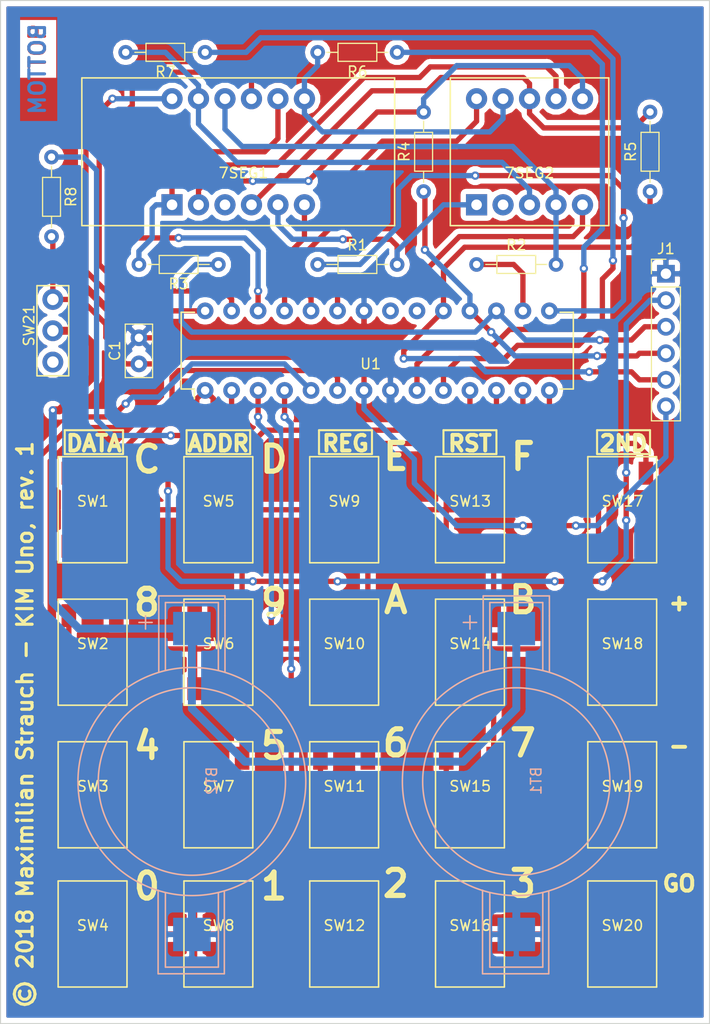
<source format=kicad_pcb>
(kicad_pcb (version 20171130) (host pcbnew "(5.0.1-3-g963ef8bb5)")
  (title_block (title "KIM Uno") (date 2018-12-12) (rev 1) (company "Maximilian Strauch"))
  (layers (0 F.Cu signal) (31 B.Cu signal) (34 B.Paste user) (35 F.Paste user) (36 B.SilkS user) (37 F.SilkS user) (38 B.Mask user) (39 F.Mask user) (44 Edge.Cuts user))
  (net 0 "")
  (net 1 "Net-(7SEG1-Pad2)")
  (net 2 "Net-(7SEG1-Pad1)")
  (net 3 "Net-(7SEG1-Pad4)")
  (net 4 "Net-(7SEG1-Pad5)")
  (net 5 /DIG2)
  (net 6 "Net-(7SEG1-Pad7)")
  (net 7 /DIG3)
  (net 8 /DIG4)
  (net 9 "Net-(7SEG1-Pad10)")
  (net 10 "Net-(7SEG1-Pad11)")
  (net 11 /DIG5)
  (net 12 /DIG0)
  (net 13 /DIG1)
  (net 14 GND)
  (net 15 "Net-(BT1-Pad1)")
  (net 16 VPP)
  (net 17 /RESET)
  (net 18 /SEG_C)
  (net 19 /SEG_D)
  (net 20 /SEG_E)
  (net 21 /SEG_A)
  (net 22 /SEG_B)
  (net 23 /SEG_F)
  (net 24 /SEG_G)
  (net 25 /ROW0)
  (net 26 "Net-(SW1-Pad3)")
  (net 27 /COL0)
  (net 28 "Net-(SW2-Pad3)")
  (net 29 /ROW1)
  (net 30 "Net-(SW3-Pad3)")
  (net 31 /ROW2)
  (net 32 /ROW3)
  (net 33 "Net-(SW5-Pad3)")
  (net 34 /COL1)
  (net 35 "Net-(SW6-Pad3)")
  (net 36 "Net-(SW7-Pad3)")
  (net 37 "Net-(SW10-Pad1)")
  (net 38 /COL2)
  (net 39 "Net-(SW10-Pad3)")
  (net 40 "Net-(SW11-Pad3)")
  (net 41 /COL3)
  (net 42 "Net-(SW13-Pad3)")
  (net 43 "Net-(SW14-Pad3)")
  (net 44 "Net-(SW15-Pad3)")
  (net 45 /COL4)
  (net 46 "Net-(SW17-Pad3)")
  (net 47 "Net-(SW18-Pad3)")
  (net 48 "Net-(SW19-Pad3)")
  (module custom:7_Segment_4_Digit (layer F.Cu) (at 131.699 56.388)
    (fp_text reference 7SEG1 (at 0.508 2.032) (layer F.SilkS))
    (fp_text value 4_DIGIT_CA)
    (pad 2 thru_hole circle (at -3.81 5.08) (size 2.032 2.032) (drill 1.016) (layers *.Cu *.Mask) (net 1 "Net-(7SEG1-Pad2)"))
    (pad 1 thru_hole rect (at -6.35 5.08) (size 2.032 2.032) (drill 1.016) (layers *.Cu *.Mask) (net 2 "Net-(7SEG1-Pad1)"))
    (pad 3 thru_hole circle (at -1.27 5.08) (size 2.032 2.032) (drill 1.016) (layers *.Cu *.Mask))
    (pad 4 thru_hole circle (at 1.27 5.08) (size 2.032 2.032) (drill 1.016) (layers *.Cu *.Mask) (net 3 "Net-(7SEG1-Pad4)"))
    (pad 5 thru_hole circle (at 3.81 5.08) (size 2.032 2.032) (drill 1.016) (layers *.Cu *.Mask) (net 4 "Net-(7SEG1-Pad5)"))
    (pad 6 thru_hole circle (at 6.35 5.08) (size 2.032 2.032) (drill 1.016) (layers *.Cu *.Mask) (net 5 /DIG2))
    (pad 7 thru_hole circle (at 6.35 -5.08) (size 2.032 2.032) (drill 1.016) (layers *.Cu *.Mask) (net 6 "Net-(7SEG1-Pad7)"))
    (pad 8 thru_hole circle (at 3.81 -5.08) (size 2.032 2.032) (drill 1.016) (layers *.Cu *.Mask) (net 7 /DIG3))
    (pad 9 thru_hole circle (at 1.27 -5.08) (size 2.032 2.032) (drill 1.016) (layers *.Cu *.Mask) (net 8 /DIG4))
    (pad 10 thru_hole circle (at -1.27 -5.08) (size 2.032 2.032) (drill 1.016) (layers *.Cu *.Mask) (net 9 "Net-(7SEG1-Pad10)"))
    (pad 11 thru_hole circle (at -3.81 -5.08) (size 2.032 2.032) (drill 1.016) (layers *.Cu *.Mask) (net 10 "Net-(7SEG1-Pad11)"))
    (pad 12 thru_hole circle (at -6.35 -5.08) (size 2.032 2.032) (drill 1.016) (layers *.Cu *.Mask) (net 11 /DIG5))
  )
  (module custom:7_Segment_2_Digit (layer F.Cu) (at 159.639 56.388)
    (fp_text reference 7SEG2 (at 0 2.032) (layer F.SilkS))
    (fp_text value 2_DIGIT_CA)
    (pad 2 thru_hole circle (at -2.54 5.08) (size 2.032 2.032) (drill 1.016) (layers *.Cu *.Mask))
    (pad 1 thru_hole rect (at -5.08 5.08) (size 2.032 2.032) (drill 1.016) (layers *.Cu *.Mask) (net 4 "Net-(7SEG1-Pad5)"))
    (pad 3 thru_hole circle (at 0 5.08) (size 2.032 2.032) (drill 1.016) (layers *.Cu *.Mask) (net 10 "Net-(7SEG1-Pad11)"))
    (pad 4 thru_hole circle (at 2.54 5.08) (size 2.032 2.032) (drill 1.016) (layers *.Cu *.Mask) (net 9 "Net-(7SEG1-Pad10)"))
    (pad 5 thru_hole circle (at 5.08 5.08) (size 2.032 2.032) (drill 1.016) (layers *.Cu *.Mask) (net 12 /DIG0))
    (pad 6 thru_hole circle (at 5.08 -5.08) (size 2.032 2.032) (drill 1.016) (layers *.Cu *.Mask) (net 1 "Net-(7SEG1-Pad2)"))
    (pad 7 thru_hole circle (at 2.54 -5.08) (size 2.032 2.032) (drill 1.016) (layers *.Cu *.Mask) (net 2 "Net-(7SEG1-Pad1)"))
    (pad 8 thru_hole circle (at 0 -5.08) (size 2.032 2.032) (drill 1.016) (layers *.Cu *.Mask) (net 3 "Net-(7SEG1-Pad4)"))
    (pad 9 thru_hole circle (at -2.54 -5.08) (size 2.032 2.032) (drill 1.016) (layers *.Cu *.Mask) (net 6 "Net-(7SEG1-Pad7)"))
    (pad 10 thru_hole circle (at -5.08 -5.08) (size 2.032 2.032) (drill 1.016) (layers *.Cu *.Mask) (net 13 /DIG1))
  )
  (module custom:CR2032SMD (layer B.Cu) (at 158.369 116.713 90)
    (fp_text reference BT1 (at 0.0635 1.905 90) (layer B.SilkS) (effects (justify mirror)))
    (fp_text value Battery_Cell)
    (pad 2 smd rect (at -14.65 0 90) (size 3.2 3.6) (layers B.Cu B.Paste B.Mask) (net 14 GND))
    (pad 1 smd rect (at 14.65 0 90) (size 3.2 3.6) (layers B.Cu B.Paste B.Mask) (net 15 "Net-(BT1-Pad1)"))
  )
  (module custom:CR2032SMD (layer B.Cu) (at 127.254 116.713 90)
    (fp_text reference BT2 (at 0.0635 1.905 90) (layer B.SilkS) (effects (justify mirror)))
    (fp_text value Battery_Cell)
    (pad 1 smd rect (at 14.65 0 90) (size 3.2 3.6) (layers B.Cu B.Paste B.Mask) (net 15 "Net-(BT1-Pad1)"))
    (pad 2 smd rect (at -14.65 0 90) (size 3.2 3.6) (layers B.Cu B.Paste B.Mask) (net 14 GND))
  )
  (module Capacitors_THT:C_Disc_D5.0mm_W2.5mm_P2.50mm (layer F.Cu) (at 122.174 76.708 90)
    (fp_text reference C1 (at 1.25 -2.31 90) (layer F.SilkS))
    (fp_text value C_Small)
    (pad 1 thru_hole circle (at 0 0 90) (size 1.6 1.6) (drill 0.8) (layers *.Cu *.Mask) (net 16 VPP))
    (pad 2 thru_hole circle (at 2.5 0 90) (size 1.6 1.6) (drill 0.8) (layers *.Cu *.Mask) (net 14 GND))
  )
  (module Pin_Headers:Pin_Header_Straight_1x06_Pitch2.54mm (layer F.Cu) (at 172.72 68.072)
    (fp_text reference J1 (at 0 -2.39) (layer F.SilkS))
    (fp_text value CONN_01X06)
    (pad 1 thru_hole rect (at 0 0) (size 1.7 1.7) (drill 1) (layers *.Cu *.Mask) (net 14 GND))
    (pad 2 thru_hole oval (at 0 2.54) (size 1.7 1.7) (drill 1) (layers *.Cu *.Mask) (net 17 /RESET))
    (pad 3 thru_hole oval (at 0 5.08) (size 1.7 1.7) (drill 1) (layers *.Cu *.Mask) (net 18 /SEG_C))
    (pad 4 thru_hole oval (at 0 7.62) (size 1.7 1.7) (drill 1) (layers *.Cu *.Mask) (net 19 /SEG_D))
    (pad 5 thru_hole oval (at 0 10.16) (size 1.7 1.7) (drill 1) (layers *.Cu *.Mask) (net 20 /SEG_E))
    (pad 6 thru_hole oval (at 0 12.7) (size 1.7 1.7) (drill 1) (layers *.Cu *.Mask) (net 16 VPP))
  )
  (module Resistors_THT:R_Axial_DIN0204_L3.6mm_D1.6mm_P7.62mm_Horizontal (layer F.Cu) (at 139.319 67.183)
    (fp_text reference R1 (at 3.81 -1.86) (layer F.SilkS))
    (fp_text value 1K)
    (pad 2 thru_hole oval (at 7.62 0) (size 1.4 1.4) (drill 0.7) (layers *.Cu *.Mask) (net 4 "Net-(7SEG1-Pad5)"))
    (pad 1 thru_hole circle (at 0 0) (size 1.4 1.4) (drill 0.7) (layers *.Cu *.Mask) (net 21 /SEG_A))
  )
  (module Resistors_THT:R_Axial_DIN0204_L3.6mm_D1.6mm_P7.62mm_Horizontal (layer F.Cu) (at 154.559 67.183)
    (fp_text reference R2 (at 3.81 -1.86) (layer F.SilkS))
    (fp_text value 1K)
    (pad 1 thru_hole circle (at 0 0) (size 1.4 1.4) (drill 0.7) (layers *.Cu *.Mask) (net 22 /SEG_B))
    (pad 2 thru_hole oval (at 7.62 0) (size 1.4 1.4) (drill 0.7) (layers *.Cu *.Mask) (net 9 "Net-(7SEG1-Pad10)"))
  )
  (module Resistors_THT:R_Axial_DIN0204_L3.6mm_D1.6mm_P7.62mm_Horizontal (layer F.Cu) (at 129.794 67.183 180)
    (fp_text reference R3 (at 3.81 -1.86 180) (layer F.SilkS))
    (fp_text value 1K)
    (pad 2 thru_hole oval (at 7.62 0 180) (size 1.4 1.4) (drill 0.7) (layers *.Cu *.Mask) (net 2 "Net-(7SEG1-Pad1)"))
    (pad 1 thru_hole circle (at 0 0 180) (size 1.4 1.4) (drill 0.7) (layers *.Cu *.Mask) (net 18 /SEG_C))
  )
  (module Resistors_THT:R_Axial_DIN0204_L3.6mm_D1.6mm_P7.62mm_Horizontal (layer F.Cu) (at 149.479 60.198 90)
    (fp_text reference R4 (at 3.81 -1.86 90) (layer F.SilkS))
    (fp_text value 1K)
    (pad 1 thru_hole circle (at 0 0 90) (size 1.4 1.4) (drill 0.7) (layers *.Cu *.Mask) (net 19 /SEG_D))
    (pad 2 thru_hole oval (at 7.62 0 90) (size 1.4 1.4) (drill 0.7) (layers *.Cu *.Mask) (net 1 "Net-(7SEG1-Pad2)"))
  )
  (module Resistors_THT:R_Axial_DIN0204_L3.6mm_D1.6mm_P7.62mm_Horizontal (layer F.Cu) (at 171.196 60.198 90)
    (fp_text reference R5 (at 3.81 -1.86 90) (layer F.SilkS))
    (fp_text value 1K)
    (pad 2 thru_hole oval (at 7.62 0 90) (size 1.4 1.4) (drill 0.7) (layers *.Cu *.Mask) (net 3 "Net-(7SEG1-Pad4)"))
    (pad 1 thru_hole circle (at 0 0 90) (size 1.4 1.4) (drill 0.7) (layers *.Cu *.Mask) (net 20 /SEG_E))
  )
  (module Resistors_THT:R_Axial_DIN0204_L3.6mm_D1.6mm_P7.62mm_Horizontal (layer F.Cu) (at 146.939 46.863 180)
    (fp_text reference R6 (at 3.81 -1.86 180) (layer F.SilkS))
    (fp_text value 1K)
    (pad 1 thru_hole circle (at 0 0 180) (size 1.4 1.4) (drill 0.7) (layers *.Cu *.Mask) (net 23 /SEG_F))
    (pad 2 thru_hole oval (at 7.62 0 180) (size 1.4 1.4) (drill 0.7) (layers *.Cu *.Mask) (net 6 "Net-(7SEG1-Pad7)"))
  )
  (module Resistors_THT:R_Axial_DIN0204_L3.6mm_D1.6mm_P7.62mm_Horizontal (layer F.Cu) (at 128.524 46.863 180)
    (fp_text reference R7 (at 3.81 -1.86 180) (layer F.SilkS))
    (fp_text value 1K)
    (pad 2 thru_hole oval (at 7.62 0 180) (size 1.4 1.4) (drill 0.7) (layers *.Cu *.Mask) (net 10 "Net-(7SEG1-Pad11)"))
    (pad 1 thru_hole circle (at 0 0 180) (size 1.4 1.4) (drill 0.7) (layers *.Cu *.Mask) (net 24 /SEG_G))
  )
  (module Resistors_THT:R_Axial_DIN0204_L3.6mm_D1.6mm_P7.62mm_Horizontal (layer F.Cu) (at 113.792 56.896 270)
    (fp_text reference R8 (at 3.81 -1.86 270) (layer F.SilkS))
    (fp_text value 10K)
    (pad 1 thru_hole circle (at 0 0 270) (size 1.4 1.4) (drill 0.7) (layers *.Cu *.Mask) (net 17 /RESET))
    (pad 2 thru_hole oval (at 7.62 0 270) (size 1.4 1.4) (drill 0.7) (layers *.Cu *.Mask) (net 16 VPP))
  )
  (module custom:SMD_Tact_Switch_6x6x6_Big_Pads (layer F.Cu) (at 117.729 90.678 270)
    (fp_text reference SW1 (at -0.8128 -0.0254) (layer F.SilkS))
    (fp_text value SW_Push_Dual)
    (pad 4 smd rect (at 3.5 2.275 270) (size 2.2 1.4) (layers F.Cu F.Paste F.Mask) (net 25 /ROW0))
    (pad 2 smd rect (at -3.5 2.275 270) (size 2.2 1.4) (layers F.Cu F.Paste F.Mask) (net 25 /ROW0))
    (pad 3 smd rect (at 3.5 -2.275 270) (size 2.2 1.4) (layers F.Cu F.Paste F.Mask) (net 26 "Net-(SW1-Pad3)"))
    (pad 1 smd rect (at -3.5 -2.275 270) (size 2.2 1.4) (layers F.Cu F.Paste F.Mask) (net 27 /COL0))
  )
  (module custom:SMD_Tact_Switch_6x6x6_Big_Pads (layer F.Cu) (at 117.729 104.323 270)
    (fp_text reference SW2 (at -0.8128 -0.0254) (layer F.SilkS))
    (fp_text value SW_Push_Dual)
    (pad 1 smd rect (at -3.5 -2.275 270) (size 2.2 1.4) (layers F.Cu F.Paste F.Mask) (net 26 "Net-(SW1-Pad3)"))
    (pad 3 smd rect (at 3.5 -2.275 270) (size 2.2 1.4) (layers F.Cu F.Paste F.Mask) (net 28 "Net-(SW2-Pad3)"))
    (pad 2 smd rect (at -3.5 2.275 270) (size 2.2 1.4) (layers F.Cu F.Paste F.Mask) (net 29 /ROW1))
    (pad 4 smd rect (at 3.5 2.275 270) (size 2.2 1.4) (layers F.Cu F.Paste F.Mask) (net 29 /ROW1))
  )
  (module custom:SMD_Tact_Switch_6x6x6_Big_Pads (layer F.Cu) (at 117.729 117.983 270)
    (fp_text reference SW3 (at -0.8128 -0.0254) (layer F.SilkS))
    (fp_text value SW_Push_Dual)
    (pad 1 smd rect (at -3.5 -2.275 270) (size 2.2 1.4) (layers F.Cu F.Paste F.Mask) (net 28 "Net-(SW2-Pad3)"))
    (pad 3 smd rect (at 3.5 -2.275 270) (size 2.2 1.4) (layers F.Cu F.Paste F.Mask) (net 30 "Net-(SW3-Pad3)"))
    (pad 2 smd rect (at -3.5 2.275 270) (size 2.2 1.4) (layers F.Cu F.Paste F.Mask) (net 31 /ROW2))
    (pad 4 smd rect (at 3.5 2.275 270) (size 2.2 1.4) (layers F.Cu F.Paste F.Mask) (net 31 /ROW2))
  )
  (module custom:SMD_Tact_Switch_6x6x6_Big_Pads (layer F.Cu) (at 117.729 131.318 270)
    (fp_text reference SW4 (at -0.8128 -0.0254) (layer F.SilkS))
    (fp_text value SW_Push_Dual)
    (pad 4 smd rect (at 3.5 2.275 270) (size 2.2 1.4) (layers F.Cu F.Paste F.Mask) (net 32 /ROW3))
    (pad 2 smd rect (at -3.5 2.275 270) (size 2.2 1.4) (layers F.Cu F.Paste F.Mask) (net 32 /ROW3))
    (pad 3 smd rect (at 3.5 -2.275 270) (size 2.2 1.4) (layers F.Cu F.Paste F.Mask))
    (pad 1 smd rect (at -3.5 -2.275 270) (size 2.2 1.4) (layers F.Cu F.Paste F.Mask) (net 30 "Net-(SW3-Pad3)"))
  )
  (module custom:SMD_Tact_Switch_6x6x6_Big_Pads (layer F.Cu) (at 129.794 90.678 270)
    (fp_text reference SW5 (at -0.8128 -0.0254) (layer F.SilkS))
    (fp_text value SW_Push_Dual)
    (pad 4 smd rect (at 3.5 2.275 270) (size 2.2 1.4) (layers F.Cu F.Paste F.Mask) (net 25 /ROW0))
    (pad 2 smd rect (at -3.5 2.275 270) (size 2.2 1.4) (layers F.Cu F.Paste F.Mask) (net 25 /ROW0))
    (pad 3 smd rect (at 3.5 -2.275 270) (size 2.2 1.4) (layers F.Cu F.Paste F.Mask) (net 33 "Net-(SW5-Pad3)"))
    (pad 1 smd rect (at -3.5 -2.275 270) (size 2.2 1.4) (layers F.Cu F.Paste F.Mask) (net 34 /COL1))
  )
  (module custom:SMD_Tact_Switch_6x6x6_Big_Pads (layer F.Cu) (at 129.794 104.323 270)
    (fp_text reference SW6 (at -0.8128 -0.0254) (layer F.SilkS))
    (fp_text value SW_Push_Dual)
    (pad 1 smd rect (at -3.5 -2.275 270) (size 2.2 1.4) (layers F.Cu F.Paste F.Mask) (net 33 "Net-(SW5-Pad3)"))
    (pad 3 smd rect (at 3.5 -2.275 270) (size 2.2 1.4) (layers F.Cu F.Paste F.Mask) (net 35 "Net-(SW6-Pad3)"))
    (pad 2 smd rect (at -3.5 2.275 270) (size 2.2 1.4) (layers F.Cu F.Paste F.Mask) (net 29 /ROW1))
    (pad 4 smd rect (at 3.5 2.275 270) (size 2.2 1.4) (layers F.Cu F.Paste F.Mask) (net 29 /ROW1))
  )
  (module custom:SMD_Tact_Switch_6x6x6_Big_Pads (layer F.Cu) (at 129.794 117.983 270)
    (fp_text reference SW7 (at -0.8128 -0.0254) (layer F.SilkS))
    (fp_text value SW_Push_Dual)
    (pad 4 smd rect (at 3.5 2.275 270) (size 2.2 1.4) (layers F.Cu F.Paste F.Mask) (net 31 /ROW2))
    (pad 2 smd rect (at -3.5 2.275 270) (size 2.2 1.4) (layers F.Cu F.Paste F.Mask) (net 31 /ROW2))
    (pad 3 smd rect (at 3.5 -2.275 270) (size 2.2 1.4) (layers F.Cu F.Paste F.Mask) (net 36 "Net-(SW7-Pad3)"))
    (pad 1 smd rect (at -3.5 -2.275 270) (size 2.2 1.4) (layers F.Cu F.Paste F.Mask) (net 35 "Net-(SW6-Pad3)"))
  )
  (module custom:SMD_Tact_Switch_6x6x6_Big_Pads (layer F.Cu) (at 129.794 131.318 270)
    (fp_text reference SW8 (at -0.8128 -0.0254) (layer F.SilkS))
    (fp_text value SW_Push_Dual)
    (pad 1 smd rect (at -3.5 -2.275 270) (size 2.2 1.4) (layers F.Cu F.Paste F.Mask) (net 36 "Net-(SW7-Pad3)"))
    (pad 3 smd rect (at 3.5 -2.275 270) (size 2.2 1.4) (layers F.Cu F.Paste F.Mask))
    (pad 2 smd rect (at -3.5 2.275 270) (size 2.2 1.4) (layers F.Cu F.Paste F.Mask) (net 32 /ROW3))
    (pad 4 smd rect (at 3.5 2.275 270) (size 2.2 1.4) (layers F.Cu F.Paste F.Mask) (net 32 /ROW3))
  )
  (module custom:SMD_Tact_Switch_6x6x6_Big_Pads (layer F.Cu) (at 141.859 90.678 270)
    (fp_text reference SW9 (at -0.8128 -0.0254) (layer F.SilkS))
    (fp_text value SW_Push_Dual)
    (pad 4 smd rect (at 3.5 2.275 270) (size 2.2 1.4) (layers F.Cu F.Paste F.Mask) (net 25 /ROW0))
    (pad 2 smd rect (at -3.5 2.275 270) (size 2.2 1.4) (layers F.Cu F.Paste F.Mask) (net 25 /ROW0))
    (pad 3 smd rect (at 3.5 -2.275 270) (size 2.2 1.4) (layers F.Cu F.Paste F.Mask) (net 37 "Net-(SW10-Pad1)"))
    (pad 1 smd rect (at -3.5 -2.275 270) (size 2.2 1.4) (layers F.Cu F.Paste F.Mask) (net 38 /COL2))
  )
  (module custom:SMD_Tact_Switch_6x6x6_Big_Pads (layer F.Cu) (at 141.859 104.323 270)
    (fp_text reference SW10 (at -0.8128 -0.0254) (layer F.SilkS))
    (fp_text value SW_Push_Dual)
    (pad 1 smd rect (at -3.5 -2.275 270) (size 2.2 1.4) (layers F.Cu F.Paste F.Mask) (net 37 "Net-(SW10-Pad1)"))
    (pad 3 smd rect (at 3.5 -2.275 270) (size 2.2 1.4) (layers F.Cu F.Paste F.Mask) (net 39 "Net-(SW10-Pad3)"))
    (pad 2 smd rect (at -3.5 2.275 270) (size 2.2 1.4) (layers F.Cu F.Paste F.Mask) (net 29 /ROW1))
    (pad 4 smd rect (at 3.5 2.275 270) (size 2.2 1.4) (layers F.Cu F.Paste F.Mask) (net 29 /ROW1))
  )
  (module custom:SMD_Tact_Switch_6x6x6_Big_Pads (layer F.Cu) (at 141.859 117.983 270)
    (fp_text reference SW11 (at -0.8128 -0.0254) (layer F.SilkS))
    (fp_text value SW_Push_Dual)
    (pad 4 smd rect (at 3.5 2.275 270) (size 2.2 1.4) (layers F.Cu F.Paste F.Mask) (net 31 /ROW2))
    (pad 2 smd rect (at -3.5 2.275 270) (size 2.2 1.4) (layers F.Cu F.Paste F.Mask) (net 31 /ROW2))
    (pad 3 smd rect (at 3.5 -2.275 270) (size 2.2 1.4) (layers F.Cu F.Paste F.Mask) (net 40 "Net-(SW11-Pad3)"))
    (pad 1 smd rect (at -3.5 -2.275 270) (size 2.2 1.4) (layers F.Cu F.Paste F.Mask) (net 39 "Net-(SW10-Pad3)"))
  )
  (module custom:SMD_Tact_Switch_6x6x6_Big_Pads (layer F.Cu) (at 141.859 131.318 270)
    (fp_text reference SW12 (at -0.8128 -0.0254) (layer F.SilkS))
    (fp_text value SW_Push_Dual)
    (pad 4 smd rect (at 3.5 2.275 270) (size 2.2 1.4) (layers F.Cu F.Paste F.Mask) (net 32 /ROW3))
    (pad 2 smd rect (at -3.5 2.275 270) (size 2.2 1.4) (layers F.Cu F.Paste F.Mask) (net 32 /ROW3))
    (pad 3 smd rect (at 3.5 -2.275 270) (size 2.2 1.4) (layers F.Cu F.Paste F.Mask))
    (pad 1 smd rect (at -3.5 -2.275 270) (size 2.2 1.4) (layers F.Cu F.Paste F.Mask) (net 40 "Net-(SW11-Pad3)"))
  )
  (module custom:SMD_Tact_Switch_6x6x6_Big_Pads (layer F.Cu) (at 153.924 90.678 270)
    (fp_text reference SW13 (at -0.8128 -0.0254) (layer F.SilkS))
    (fp_text value SW_Push_Dual)
    (pad 1 smd rect (at -3.5 -2.275 270) (size 2.2 1.4) (layers F.Cu F.Paste F.Mask) (net 41 /COL3))
    (pad 3 smd rect (at 3.5 -2.275 270) (size 2.2 1.4) (layers F.Cu F.Paste F.Mask) (net 42 "Net-(SW13-Pad3)"))
    (pad 2 smd rect (at -3.5 2.275 270) (size 2.2 1.4) (layers F.Cu F.Paste F.Mask) (net 25 /ROW0))
    (pad 4 smd rect (at 3.5 2.275 270) (size 2.2 1.4) (layers F.Cu F.Paste F.Mask) (net 25 /ROW0))
  )
  (module custom:SMD_Tact_Switch_6x6x6_Big_Pads (layer F.Cu) (at 153.924 104.323 270)
    (fp_text reference SW14 (at -0.8128 -0.0254) (layer F.SilkS))
    (fp_text value SW_Push_Dual)
    (pad 4 smd rect (at 3.5 2.275 270) (size 2.2 1.4) (layers F.Cu F.Paste F.Mask) (net 29 /ROW1))
    (pad 2 smd rect (at -3.5 2.275 270) (size 2.2 1.4) (layers F.Cu F.Paste F.Mask) (net 29 /ROW1))
    (pad 3 smd rect (at 3.5 -2.275 270) (size 2.2 1.4) (layers F.Cu F.Paste F.Mask) (net 43 "Net-(SW14-Pad3)"))
    (pad 1 smd rect (at -3.5 -2.275 270) (size 2.2 1.4) (layers F.Cu F.Paste F.Mask) (net 42 "Net-(SW13-Pad3)"))
  )
  (module custom:SMD_Tact_Switch_6x6x6_Big_Pads (layer F.Cu) (at 153.924 117.983 270)
    (fp_text reference SW15 (at -0.8128 -0.0254) (layer F.SilkS))
    (fp_text value SW_Push_Dual)
    (pad 1 smd rect (at -3.5 -2.275 270) (size 2.2 1.4) (layers F.Cu F.Paste F.Mask) (net 43 "Net-(SW14-Pad3)"))
    (pad 3 smd rect (at 3.5 -2.275 270) (size 2.2 1.4) (layers F.Cu F.Paste F.Mask) (net 44 "Net-(SW15-Pad3)"))
    (pad 2 smd rect (at -3.5 2.275 270) (size 2.2 1.4) (layers F.Cu F.Paste F.Mask) (net 31 /ROW2))
    (pad 4 smd rect (at 3.5 2.275 270) (size 2.2 1.4) (layers F.Cu F.Paste F.Mask) (net 31 /ROW2))
  )
  (module custom:SMD_Tact_Switch_6x6x6_Big_Pads (layer F.Cu) (at 153.924 131.318 270)
    (fp_text reference SW16 (at -0.8128 -0.0254) (layer F.SilkS))
    (fp_text value SW_Push_Dual)
    (pad 4 smd rect (at 3.5 2.275 270) (size 2.2 1.4) (layers F.Cu F.Paste F.Mask) (net 32 /ROW3))
    (pad 2 smd rect (at -3.5 2.275 270) (size 2.2 1.4) (layers F.Cu F.Paste F.Mask) (net 32 /ROW3))
    (pad 3 smd rect (at 3.5 -2.275 270) (size 2.2 1.4) (layers F.Cu F.Paste F.Mask))
    (pad 1 smd rect (at -3.5 -2.275 270) (size 2.2 1.4) (layers F.Cu F.Paste F.Mask) (net 44 "Net-(SW15-Pad3)"))
  )
  (module custom:SMD_Tact_Switch_6x6x6_Big_Pads (layer F.Cu) (at 168.529 90.678 270)
    (fp_text reference SW17 (at -0.8128 -0.0254) (layer F.SilkS))
    (fp_text value SW_Push_Dual)
    (pad 1 smd rect (at -3.5 -2.275 270) (size 2.2 1.4) (layers F.Cu F.Paste F.Mask) (net 45 /COL4))
    (pad 3 smd rect (at 3.5 -2.275 270) (size 2.2 1.4) (layers F.Cu F.Paste F.Mask) (net 46 "Net-(SW17-Pad3)"))
    (pad 2 smd rect (at -3.5 2.275 270) (size 2.2 1.4) (layers F.Cu F.Paste F.Mask) (net 25 /ROW0))
    (pad 4 smd rect (at 3.5 2.275 270) (size 2.2 1.4) (layers F.Cu F.Paste F.Mask) (net 25 /ROW0))
  )
  (module custom:SMD_Tact_Switch_6x6x6_Big_Pads (layer F.Cu) (at 168.529 104.323 270)
    (fp_text reference SW18 (at -0.8128 -0.0254) (layer F.SilkS))
    (fp_text value SW_Push_Dual)
    (pad 4 smd rect (at 3.5 2.275 270) (size 2.2 1.4) (layers F.Cu F.Paste F.Mask) (net 29 /ROW1))
    (pad 2 smd rect (at -3.5 2.275 270) (size 2.2 1.4) (layers F.Cu F.Paste F.Mask) (net 29 /ROW1))
    (pad 3 smd rect (at 3.5 -2.275 270) (size 2.2 1.4) (layers F.Cu F.Paste F.Mask) (net 47 "Net-(SW18-Pad3)"))
    (pad 1 smd rect (at -3.5 -2.275 270) (size 2.2 1.4) (layers F.Cu F.Paste F.Mask) (net 46 "Net-(SW17-Pad3)"))
  )
  (module custom:SMD_Tact_Switch_6x6x6_Big_Pads (layer F.Cu) (at 168.529 117.983 270)
    (fp_text reference SW19 (at -0.8128 -0.0254) (layer F.SilkS))
    (fp_text value SW_Push_Dual)
    (pad 1 smd rect (at -3.5 -2.275 270) (size 2.2 1.4) (layers F.Cu F.Paste F.Mask) (net 47 "Net-(SW18-Pad3)"))
    (pad 3 smd rect (at 3.5 -2.275 270) (size 2.2 1.4) (layers F.Cu F.Paste F.Mask) (net 48 "Net-(SW19-Pad3)"))
    (pad 2 smd rect (at -3.5 2.275 270) (size 2.2 1.4) (layers F.Cu F.Paste F.Mask) (net 31 /ROW2))
    (pad 4 smd rect (at 3.5 2.275 270) (size 2.2 1.4) (layers F.Cu F.Paste F.Mask) (net 31 /ROW2))
  )
  (module custom:SMD_Tact_Switch_6x6x6_Big_Pads (layer F.Cu) (at 168.529 131.318 270)
    (fp_text reference SW20 (at -0.8128 -0.0254) (layer F.SilkS))
    (fp_text value SW_Push_Dual)
    (pad 1 smd rect (at -3.5 -2.275 270) (size 2.2 1.4) (layers F.Cu F.Paste F.Mask) (net 48 "Net-(SW19-Pad3)"))
    (pad 3 smd rect (at 3.5 -2.275 270) (size 2.2 1.4) (layers F.Cu F.Paste F.Mask))
    (pad 2 smd rect (at -3.5 2.275 270) (size 2.2 1.4) (layers F.Cu F.Paste F.Mask) (net 32 /ROW3))
    (pad 4 smd rect (at 3.5 2.275 270) (size 2.2 1.4) (layers F.Cu F.Paste F.Mask) (net 32 /ROW3))
  )
  (module custom:Switch_SPDT_3mm (layer F.Cu) (at 113.919 73.533)
    (fp_text reference SW21 (at -2.286 -0.508 90) (layer F.SilkS))
    (fp_text value SW_SPDT)
    (pad 1 thru_hole circle (at 0 -3) (size 2 2) (drill 1.1) (layers *.Cu *.Mask) (net 16 VPP))
    (pad 2 thru_hole circle (at 0 0) (size 2 2) (drill 1.1) (layers *.Cu *.Mask) (net 15 "Net-(BT1-Pad1)"))
    (pad 3 thru_hole circle (at 0 3) (size 2 2) (drill 1.1) (layers *.Cu *.Mask))
  )
  (module Housings_DIP:DIP-28_W7.62mm (layer F.Cu) (at 128.524 79.248 90)
    (fp_text reference U1 (at 2.54 15.875 180) (layer F.SilkS))
    (fp_text value ATMEGA328P-PU)
    (pad 1 thru_hole oval (at 0 0 90) (size 1.6 1.6) (drill 0.8) (layers *.Cu *.Mask) (net 17 /RESET))
    (pad 2 thru_hole oval (at 0 2.54 90) (size 1.6 1.6) (drill 0.8) (layers *.Cu *.Mask) (net 25 /ROW0))
    (pad 3 thru_hole oval (at 0 5.08 90) (size 1.6 1.6) (drill 0.8) (layers *.Cu *.Mask) (net 29 /ROW1))
    (pad 4 thru_hole oval (at 0 7.62 90) (size 1.6 1.6) (drill 0.8) (layers *.Cu *.Mask) (net 31 /ROW2))
    (pad 5 thru_hole oval (at 0 10.16 90) (size 1.6 1.6) (drill 0.8) (layers *.Cu *.Mask) (net 32 /ROW3))
    (pad 6 thru_hole oval (at 0 12.7 90) (size 1.6 1.6) (drill 0.8) (layers *.Cu *.Mask) (net 27 /COL0))
    (pad 7 thru_hole oval (at 0 15.24 90) (size 1.6 1.6) (drill 0.8) (layers *.Cu *.Mask) (net 16 VPP))
    (pad 8 thru_hole oval (at 0 17.78 90) (size 1.6 1.6) (drill 0.8) (layers *.Cu *.Mask) (net 14 GND))
    (pad 9 thru_hole oval (at 0 20.32 90) (size 1.6 1.6) (drill 0.8) (layers *.Cu *.Mask) (net 23 /SEG_F))
    (pad 10 thru_hole oval (at 0 22.86 90) (size 1.6 1.6) (drill 0.8) (layers *.Cu *.Mask) (net 24 /SEG_G))
    (pad 11 thru_hole oval (at 0 25.4 90) (size 1.6 1.6) (drill 0.8) (layers *.Cu *.Mask) (net 34 /COL1))
    (pad 12 thru_hole oval (at 0 27.94 90) (size 1.6 1.6) (drill 0.8) (layers *.Cu *.Mask) (net 38 /COL2))
    (pad 13 thru_hole oval (at 0 30.48 90) (size 1.6 1.6) (drill 0.8) (layers *.Cu *.Mask) (net 41 /COL3))
    (pad 14 thru_hole oval (at 0 33.02 90) (size 1.6 1.6) (drill 0.8) (layers *.Cu *.Mask) (net 45 /COL4))
    (pad 15 thru_hole oval (at 7.62 33.02 90) (size 1.6 1.6) (drill 0.8) (layers *.Cu *.Mask) (net 21 /SEG_A))
    (pad 16 thru_hole oval (at 7.62 30.48 90) (size 1.6 1.6) (drill 0.8) (layers *.Cu *.Mask) (net 22 /SEG_B))
    (pad 17 thru_hole oval (at 7.62 27.94 90) (size 1.6 1.6) (drill 0.8) (layers *.Cu *.Mask) (net 18 /SEG_C))
    (pad 18 thru_hole oval (at 7.62 25.4 90) (size 1.6 1.6) (drill 0.8) (layers *.Cu *.Mask) (net 19 /SEG_D))
    (pad 19 thru_hole oval (at 7.62 22.86 90) (size 1.6 1.6) (drill 0.8) (layers *.Cu *.Mask) (net 20 /SEG_E))
    (pad 20 thru_hole oval (at 7.62 20.32 90) (size 1.6 1.6) (drill 0.8) (layers *.Cu *.Mask))
    (pad 21 thru_hole oval (at 7.62 17.78 90) (size 1.6 1.6) (drill 0.8) (layers *.Cu *.Mask))
    (pad 22 thru_hole oval (at 7.62 15.24 90) (size 1.6 1.6) (drill 0.8) (layers *.Cu *.Mask) (net 14 GND))
    (pad 23 thru_hole oval (at 7.62 12.7 90) (size 1.6 1.6) (drill 0.8) (layers *.Cu *.Mask) (net 12 /DIG0))
    (pad 24 thru_hole oval (at 7.62 10.16 90) (size 1.6 1.6) (drill 0.8) (layers *.Cu *.Mask) (net 13 /DIG1))
    (pad 25 thru_hole oval (at 7.62 7.62 90) (size 1.6 1.6) (drill 0.8) (layers *.Cu *.Mask) (net 5 /DIG2))
    (pad 26 thru_hole oval (at 7.62 5.08 90) (size 1.6 1.6) (drill 0.8) (layers *.Cu *.Mask) (net 7 /DIG3))
    (pad 27 thru_hole oval (at 7.62 2.54 90) (size 1.6 1.6) (drill 0.8) (layers *.Cu *.Mask) (net 8 /DIG4))
    (pad 28 thru_hole oval (at 7.62 0 90) (size 1.6 1.6) (drill 0.8) (layers *.Cu *.Mask) (net 11 /DIG5))
  )
  (gr_text BOTTOM (at 112.44 48.46 90) (layer B.Cu) (effects (font (size 1.5 1.5) (thickness 0.3)) (justify mirror)))
  (gr_text TOP (at 112.44 46.28 90) (layer F.Cu) (effects (font (size 1.5 1.5) (thickness 0.3))))
  (gr_line (start 115.062 83.058) (end 120.65 83.058) (layer F.SilkS) (width 0.2))
  (gr_line (start 120.65 83.058) (end 120.65 85.344) (layer F.SilkS) (width 0.2))
  (gr_line (start 115.062 85.344) (end 115.062 83.058) (layer F.SilkS) (width 0.2))
  (gr_line (start 120.65 85.344) (end 115.062 85.344) (layer F.SilkS) (width 0.2))
  (gr_text DATA (at 117.856 84.328) (layer F.SilkS) (effects (font (size 1.5 1.5) (thickness 0.375))))
  (gr_line (start 126.746 83.058) (end 132.842 83.058) (layer F.SilkS) (width 0.2))
  (gr_line (start 126.746 85.344) (end 126.746 83.058) (layer F.SilkS) (width 0.2))
  (gr_line (start 132.842 85.344) (end 126.746 85.344) (layer F.SilkS) (width 0.2))
  (gr_line (start 132.842 83.058) (end 132.842 85.344) (layer F.SilkS) (width 0.2))
  (gr_text ADDR (at 129.794 84.328) (layer F.SilkS) (effects (font (size 1.5 1.5) (thickness 0.375))))
  (gr_line (start 139.446 85.344) (end 139.446 83.058) (layer F.SilkS) (width 0.2))
  (gr_line (start 144.526 83.058) (end 144.526 85.344) (layer F.SilkS) (width 0.2))
  (gr_line (start 144.526 85.344) (end 139.446 85.344) (layer F.SilkS) (width 0.2))
  (gr_line (start 139.446 83.058) (end 144.526 83.058) (layer F.SilkS) (width 0.2))
  (gr_text REG (at 141.986 84.328) (layer F.SilkS) (effects (font (size 1.5 1.5) (thickness 0.375))))
  (gr_line (start 151.384 85.344) (end 151.384 83.058) (layer F.SilkS) (width 0.2))
  (gr_line (start 156.464 85.344) (end 151.384 85.344) (layer F.SilkS) (width 0.2))
  (gr_line (start 156.464 83.058) (end 156.464 85.344) (layer F.SilkS) (width 0.2))
  (gr_line (start 151.384 83.058) (end 156.464 83.058) (layer F.SilkS) (width 0.2))
  (gr_text RST (at 153.924 84.328) (layer F.SilkS) (effects (font (size 1.5 1.5) (thickness 0.375))))
  (gr_line (start 166.116 85.344) (end 166.116 83.058) (layer F.SilkS) (width 0.2))
  (gr_line (start 171.196 85.344) (end 166.116 85.344) (layer F.SilkS) (width 0.2))
  (gr_line (start 171.196 83.058) (end 171.196 85.344) (layer F.SilkS) (width 0.2))
  (gr_line (start 166.116 83.058) (end 171.196 83.058) (layer F.SilkS) (width 0.2))
  (gr_text 2ND (at 168.656 84.328) (layer F.SilkS) (effects (font (size 1.5 1.5) (thickness 0.375))))
  (gr_text + (at 173.99 99.568) (layer F.SilkS) (effects (font (size 1.5 1.5) (thickness 0.375))))
  (gr_text - (at 173.99 113.284) (layer F.SilkS) (effects (font (size 1.5 1.5) (thickness 0.375))))
  (gr_text D (at 135.128 85.852) (layer F.SilkS) (effects (font (size 2.5 2.5) (thickness 0.5))))
  (gr_text E (at 146.812 85.598) (layer F.SilkS) (effects (font (size 2.5 2.5) (thickness 0.5))))
  (gr_text F (at 159.004 85.598) (layer F.SilkS) (effects (font (size 2.5 2.5) (thickness 0.5))))
  (gr_text C (at 122.936 85.852) (layer F.SilkS) (effects (font (size 2.5 2.5) (thickness 0.5))))
  (gr_text 8 (at 122.936 99.568) (layer F.SilkS) (effects (font (size 2.5 2.5) (thickness 0.5))))
  (gr_text B (at 159.004 99.314) (layer F.SilkS) (effects (font (size 2.5 2.5) (thickness 0.5))))
  (gr_text A (at 146.812 99.314) (layer F.SilkS) (effects (font (size 2.5 2.5) (thickness 0.5))))
  (gr_text 9 (at 135.128 99.568) (layer F.SilkS) (effects (font (size 2.5 2.5) (thickness 0.5))))
  (gr_text 4 (at 122.936 113.284) (layer F.SilkS) (effects (font (size 2.5 2.5) (thickness 0.5))))
  (gr_text 6 (at 146.812 113.03) (layer F.SilkS) (effects (font (size 2.5 2.5) (thickness 0.5))))
  (gr_text 7 (at 159.004 113.03) (layer F.SilkS) (effects (font (size 2.5 2.5) (thickness 0.5))))
  (gr_text 5 (at 135.128 113.284) (layer F.SilkS) (effects (font (size 2.5 2.5) (thickness 0.5))))
  (gr_text GO (at 173.99 126.492) (layer F.SilkS) (effects (font (size 1.5 1.5) (thickness 0.375))))
  (gr_text 3 (at 159.004 126.492) (layer F.SilkS) (effects (font (size 2.5 2.5) (thickness 0.5))))
  (gr_text 2 (at 146.812 126.492) (layer F.SilkS) (effects (font (size 2.5 2.5) (thickness 0.5))))
  (gr_text 1 (at 135.128 126.746) (layer F.SilkS) (effects (font (size 2.5 2.5) (thickness 0.5))))
  (gr_text 0 (at 122.936 126.746) (layer F.SilkS) (effects (font (size 2.5 2.5) (thickness 0.5))))
  (gr_text "© 2018 Maximilian Strauch - KIM Uno, rev. 1" (at 111.252 111.252 90) (layer F.SilkS) (effects (font (size 1.5 1.5) (thickness 0.3))))
  (gr_line (start 108.9 139.9) (end 108.9 41.9) (layer Edge.Cuts) (width 0.1))
  (gr_line (start 176.9 139.9) (end 108.9 139.9) (layer Edge.Cuts) (width 0.1))
  (gr_line (start 176.9 41.9) (end 176.9 139.9) (layer Edge.Cuts) (width 0.1))
  (gr_line (start 108.9 41.9) (end 176.9 41.9) (layer Edge.Cuts) (width 0.1))
  (segment (start 152.654 48.133) (end 163.449 48.133) (width 0.508) (layer B.Cu) (net 1))
  (segment (start 164.719 49.403) (end 164.719 51.308) (width 0.508) (layer B.Cu) (net 1))
  (segment (start 163.449 48.133) (end 164.719 49.403) (width 0.508) (layer B.Cu) (net 1))
  (segment (start 149.479 51.308) (end 152.654 48.133) (width 0.508) (layer B.Cu) (net 1))
  (segment (start 149.479 52.578) (end 149.479 51.308) (width 0.508) (layer B.Cu) (net 1))
  (segment (start 127.889 60.03116) (end 128.73816 59.182) (width 0.508) (layer F.Cu) (net 1))
  (segment (start 127.889 61.468) (end 127.889 60.03116) (width 0.508) (layer F.Cu) (net 1))
  (via (at 133.096 59.182) (size 0.8) (drill 0.4) (layers F.Cu B.Cu) (net 1))
  (segment (start 128.73816 59.182) (end 133.096 59.182) (width 0.508) (layer F.Cu) (net 1))
  (via (at 138.43 59.182) (size 0.8) (drill 0.4) (layers F.Cu B.Cu) (net 1))
  (segment (start 133.096 59.182) (end 138.43 59.182) (width 0.508) (layer B.Cu) (net 1))
  (segment (start 138.43 59.182) (end 145.034 52.578) (width 0.508) (layer F.Cu) (net 1))
  (segment (start 145.034 52.578) (end 149.479 52.578) (width 0.508) (layer F.Cu) (net 1))
  (segment (start 123.825 61.468) (end 125.349 61.468) (width 0.508) (layer B.Cu) (net 2))
  (segment (start 123.444 61.849) (end 123.825 61.468) (width 0.508) (layer B.Cu) (net 2))
  (segment (start 123.444 64.643) (end 123.444 61.849) (width 0.508) (layer B.Cu) (net 2))
  (segment (start 122.174 65.913) (end 123.444 64.643) (width 0.508) (layer B.Cu) (net 2))
  (segment (start 122.174 67.183) (end 122.174 65.913) (width 0.508) (layer B.Cu) (net 2))
  (segment (start 125.349 61.468) (end 125.349 59.055) (width 0.508) (layer F.Cu) (net 2))
  (segment (start 125.349 59.055) (end 126.746 57.658) (width 0.508) (layer F.Cu) (net 2))
  (segment (start 126.746 57.658) (end 135.382 57.658) (width 0.508) (layer F.Cu) (net 2))
  (segment (start 135.382 57.658) (end 143.764 49.276) (width 0.508) (layer F.Cu) (net 2))
  (segment (start 143.764 49.276) (end 149.098 49.276) (width 0.508) (layer F.Cu) (net 2))
  (segment (start 149.098 49.276) (end 150.114 48.26) (width 0.508) (layer F.Cu) (net 2))
  (segment (start 150.114 48.26) (end 161.29 48.26) (width 0.508) (layer F.Cu) (net 2))
  (segment (start 162.179 49.149) (end 162.179 51.308) (width 0.508) (layer F.Cu) (net 2))
  (segment (start 161.29 48.26) (end 162.179 49.149) (width 0.508) (layer F.Cu) (net 2))
  (segment (start 159.639 49.87116) (end 159.639 51.308) (width 0.508) (layer F.Cu) (net 3))
  (segment (start 144.526 50.546) (end 149.86 50.546) (width 0.508) (layer F.Cu) (net 3))
  (segment (start 136.398 58.674) (end 144.526 50.546) (width 0.508) (layer F.Cu) (net 3))
  (segment (start 159.04384 49.276) (end 159.639 49.87116) (width 0.508) (layer F.Cu) (net 3))
  (segment (start 151.13 49.276) (end 159.04384 49.276) (width 0.508) (layer F.Cu) (net 3))
  (segment (start 135.763 58.674) (end 136.398 58.674) (width 0.508) (layer F.Cu) (net 3))
  (segment (start 149.86 50.546) (end 151.13 49.276) (width 0.508) (layer F.Cu) (net 3))
  (segment (start 132.969 61.468) (end 135.763 58.674) (width 0.508) (layer F.Cu) (net 3))
  (segment (start 169.672 54.102) (end 171.196 52.578) (width 0.508) (layer F.Cu) (net 3))
  (segment (start 160.99616 54.102) (end 169.672 54.102) (width 0.508) (layer F.Cu) (net 3))
  (segment (start 159.639 52.74484) (end 160.99616 54.102) (width 0.508) (layer F.Cu) (net 3))
  (segment (start 159.639 51.308) (end 159.639 52.74484) (width 0.508) (layer F.Cu) (net 3))
  (segment (start 146.939 67.183) (end 146.939 65.913) (width 0.508) (layer B.Cu) (net 4))
  (segment (start 151.384 61.468) (end 154.559 61.468) (width 0.508) (layer B.Cu) (net 4))
  (segment (start 146.939 65.913) (end 151.384 61.468) (width 0.508) (layer B.Cu) (net 4))
  (segment (start 146.939 67.183) (end 146.939 65.405) (width 0.508) (layer F.Cu) (net 4))
  (via (at 141.732 64.77) (size 0.8) (drill 0.4) (layers F.Cu B.Cu) (net 4))
  (segment (start 146.304 64.77) (end 141.732 64.77) (width 0.508) (layer F.Cu) (net 4))
  (segment (start 146.939 65.405) (end 146.304 64.77) (width 0.508) (layer F.Cu) (net 4))
  (segment (start 135.509 63.373) (end 135.509 61.468) (width 0.508) (layer B.Cu) (net 4))
  (segment (start 136.906 64.77) (end 135.509 63.373) (width 0.508) (layer B.Cu) (net 4))
  (segment (start 141.732 64.77) (end 136.906 64.77) (width 0.508) (layer B.Cu) (net 4))
  (segment (start 136.144 71.628) (end 136.144 66.548) (width 0.508) (layer F.Cu) (net 5))
  (segment (start 138.049 64.643) (end 138.049 61.468) (width 0.508) (layer F.Cu) (net 5))
  (segment (start 136.144 66.548) (end 138.049 64.643) (width 0.508) (layer F.Cu) (net 5))
  (segment (start 139.319 46.863) (end 139.319 48.133) (width 0.508) (layer B.Cu) (net 6))
  (segment (start 139.319 48.133) (end 138.049 49.403) (width 0.508) (layer B.Cu) (net 6))
  (segment (start 138.049 49.403) (end 138.049 51.308) (width 0.508) (layer B.Cu) (net 6))
  (segment (start 155.829 54.483) (end 157.099 53.213) (width 0.508) (layer B.Cu) (net 6))
  (segment (start 139.78716 54.483) (end 155.829 54.483) (width 0.508) (layer B.Cu) (net 6))
  (segment (start 157.099 53.213) (end 157.099 51.308) (width 0.508) (layer B.Cu) (net 6))
  (segment (start 138.049 52.74484) (end 139.78716 54.483) (width 0.508) (layer B.Cu) (net 6))
  (segment (start 138.049 51.308) (end 138.049 52.74484) (width 0.508) (layer B.Cu) (net 6))
  (via (at 133.604 69.723) (size 0.8) (drill 0.4) (layers F.Cu B.Cu) (net 7))
  (segment (start 133.604 71.628) (end 133.604 69.723) (width 0.508) (layer F.Cu) (net 7))
  (segment (start 133.604 69.723) (end 133.604 65.913) (width 0.508) (layer B.Cu) (net 7))
  (segment (start 133.604 65.913) (end 132.334 64.643) (width 0.508) (layer B.Cu) (net 7))
  (via (at 125.984 64.643) (size 0.8) (drill 0.4) (layers F.Cu B.Cu) (net 7))
  (segment (start 132.334 64.643) (end 125.984 64.643) (width 0.508) (layer B.Cu) (net 7))
  (segment (start 125.984 64.643) (end 120.904 64.643) (width 0.508) (layer F.Cu) (net 7))
  (segment (start 120.904 64.643) (end 119.634 63.373) (width 0.508) (layer F.Cu) (net 7))
  (segment (start 119.634 63.373) (end 119.634 57.658) (width 0.508) (layer F.Cu) (net 7))
  (segment (start 119.634 57.658) (end 120.904 56.388) (width 0.508) (layer F.Cu) (net 7))
  (segment (start 120.904 56.388) (end 134.239 56.388) (width 0.508) (layer F.Cu) (net 7))
  (segment (start 134.239 56.388) (end 135.509 55.118) (width 0.508) (layer F.Cu) (net 7))
  (segment (start 135.509 55.118) (end 135.509 51.308) (width 0.508) (layer F.Cu) (net 7))
  (segment (start 132.969 49.403) (end 132.969 51.308) (width 0.508) (layer F.Cu) (net 8))
  (segment (start 122.809 48.768) (end 132.334 48.768) (width 0.508) (layer F.Cu) (net 8))
  (segment (start 121.539 50.038) (end 122.809 48.768) (width 0.508) (layer F.Cu) (net 8))
  (segment (start 121.539 51.943) (end 121.539 50.038) (width 0.508) (layer F.Cu) (net 8))
  (segment (start 118.364 67.183) (end 118.364 55.118) (width 0.508) (layer F.Cu) (net 8))
  (segment (start 132.334 48.768) (end 132.969 49.403) (width 0.508) (layer F.Cu) (net 8))
  (segment (start 120.904 69.723) (end 118.364 67.183) (width 0.508) (layer F.Cu) (net 8))
  (segment (start 130.29037 69.723) (end 120.904 69.723) (width 0.508) (layer F.Cu) (net 8))
  (segment (start 131.064 70.49663) (end 130.29037 69.723) (width 0.508) (layer F.Cu) (net 8))
  (segment (start 118.364 55.118) (end 121.539 51.943) (width 0.508) (layer F.Cu) (net 8))
  (segment (start 131.064 71.628) (end 131.064 70.49663) (width 0.508) (layer F.Cu) (net 8))
  (segment (start 162.179 67.183) (end 162.179 61.468) (width 0.508) (layer B.Cu) (net 9))
  (segment (start 130.429 54.229) (end 130.429 51.308) (width 0.508) (layer B.Cu) (net 9))
  (segment (start 132.08 55.88) (end 130.429 54.229) (width 0.508) (layer B.Cu) (net 9))
  (segment (start 158.02784 55.88) (end 132.08 55.88) (width 0.508) (layer B.Cu) (net 9))
  (segment (start 162.179 60.03116) (end 158.02784 55.88) (width 0.508) (layer B.Cu) (net 9))
  (segment (start 162.179 61.468) (end 162.179 60.03116) (width 0.508) (layer B.Cu) (net 9))
  (segment (start 120.904 46.863) (end 124.714 46.863) (width 0.508) (layer B.Cu) (net 10))
  (segment (start 124.714 46.863) (end 127.889 50.038) (width 0.508) (layer B.Cu) (net 10))
  (segment (start 127.889 50.038) (end 127.889 51.308) (width 0.508) (layer B.Cu) (net 10))
  (segment (start 159.639 60.03116) (end 157.01184 57.404) (width 0.508) (layer B.Cu) (net 10))
  (segment (start 159.639 61.468) (end 159.639 60.03116) (width 0.508) (layer B.Cu) (net 10))
  (segment (start 157.01184 57.404) (end 131.572 57.404) (width 0.508) (layer B.Cu) (net 10))
  (segment (start 127.889 53.721) (end 127.889 51.308) (width 0.508) (layer B.Cu) (net 10))
  (segment (start 131.572 57.404) (end 127.889 53.721) (width 0.508) (layer B.Cu) (net 10))
  (segment (start 128.524 71.628) (end 120.904 71.628) (width 0.508) (layer F.Cu) (net 11))
  (segment (start 120.904 71.628) (end 117.094 67.818) (width 0.508) (layer F.Cu) (net 11))
  (segment (start 117.094 53.848) (end 119.634 51.308) (width 0.508) (layer F.Cu) (net 11))
  (via (at 119.634 51.308) (size 0.8) (drill 0.4) (layers F.Cu B.Cu) (net 11))
  (segment (start 117.094 67.818) (end 117.094 53.848) (width 0.508) (layer F.Cu) (net 11))
  (segment (start 119.634 51.308) (end 125.349 51.308) (width 0.508) (layer B.Cu) (net 11))
  (segment (start 164.719 63.627) (end 164.719 61.468) (width 0.508) (layer F.Cu) (net 12))
  (segment (start 148.082 69.342) (end 152.908 64.516) (width 0.508) (layer F.Cu) (net 12))
  (segment (start 141.224 71.628) (end 141.224 69.85) (width 0.508) (layer F.Cu) (net 12))
  (segment (start 152.908 64.516) (end 163.83 64.516) (width 0.508) (layer F.Cu) (net 12))
  (segment (start 141.732 69.342) (end 148.082 69.342) (width 0.508) (layer F.Cu) (net 12))
  (segment (start 163.83 64.516) (end 164.719 63.627) (width 0.508) (layer F.Cu) (net 12))
  (segment (start 141.224 69.85) (end 141.732 69.342) (width 0.508) (layer F.Cu) (net 12))
  (segment (start 154.559 53.467) (end 154.559 51.308) (width 0.508) (layer F.Cu) (net 13))
  (segment (start 145.542 55.372) (end 152.654 55.372) (width 0.508) (layer F.Cu) (net 13))
  (segment (start 152.654 55.372) (end 154.559 53.467) (width 0.508) (layer F.Cu) (net 13))
  (segment (start 137.414 66.802) (end 141.732 62.484) (width 0.508) (layer F.Cu) (net 13))
  (segment (start 137.414 69.088) (end 137.414 66.802) (width 0.508) (layer F.Cu) (net 13))
  (segment (start 138.684 70.358) (end 137.414 69.088) (width 0.508) (layer F.Cu) (net 13))
  (segment (start 141.732 59.182) (end 145.542 55.372) (width 0.508) (layer F.Cu) (net 13))
  (segment (start 141.732 62.484) (end 141.732 59.182) (width 0.508) (layer F.Cu) (net 13))
  (segment (start 138.684 71.628) (end 138.684 70.358) (width 0.508) (layer F.Cu) (net 13))
  (segment (start 146.304 79.248) (end 146.304 77.343) (width 0.508) (layer F.Cu) (net 14))
  (segment (start 143.764 74.803) (end 143.764 71.628) (width 0.508) (layer F.Cu) (net 14))
  (segment (start 146.304 77.343) (end 143.764 74.803) (width 0.508) (layer F.Cu) (net 14))
  (segment (start 143.764 71.628) (end 143.764 73.533) (width 0.508) (layer F.Cu) (net 14))
  (segment (start 143.089 74.208) (end 122.174 74.208) (width 0.508) (layer F.Cu) (net 14))
  (segment (start 143.764 73.533) (end 143.089 74.208) (width 0.508) (layer F.Cu) (net 14))
  (segment (start 127.254 131.363) (end 127.254 123.698) (width 0.762) (layer B.Cu) (net 14))
  (segment (start 127.254 123.698) (end 132.334 118.618) (width 0.762) (layer B.Cu) (net 14))
  (segment (start 132.334 118.618) (end 153.289 118.618) (width 0.762) (layer B.Cu) (net 14))
  (segment (start 158.369 123.698) (end 158.369 131.363) (width 0.762) (layer B.Cu) (net 14))
  (segment (start 153.289 118.618) (end 158.369 123.698) (width 0.762) (layer B.Cu) (net 14))
  (segment (start 146.304 80.518) (end 146.304 79.248) (width 0.762) (layer B.Cu) (net 14))
  (segment (start 164.719 117.348) (end 164.719 95.123) (width 0.762) (layer B.Cu) (net 14))
  (segment (start 147.574 81.788) (end 146.304 80.518) (width 0.762) (layer B.Cu) (net 14))
  (segment (start 151.384 81.788) (end 147.574 81.788) (width 0.762) (layer B.Cu) (net 14))
  (segment (start 164.719 95.123) (end 151.384 81.788) (width 0.762) (layer B.Cu) (net 14))
  (segment (start 158.369 123.698) (end 164.719 117.348) (width 0.762) (layer B.Cu) (net 14))
  (segment (start 170.18 68.834) (end 170.942 68.072) (width 0.508) (layer B.Cu) (net 14))
  (segment (start 170.18 70.358) (end 170.18 68.834) (width 0.508) (layer B.Cu) (net 14))
  (segment (start 167.64 72.898) (end 170.18 70.358) (width 0.508) (layer B.Cu) (net 14))
  (segment (start 170.942 68.072) (end 172.72 68.072) (width 0.508) (layer B.Cu) (net 14))
  (segment (start 163.576 81.788) (end 167.64 77.724) (width 0.508) (layer B.Cu) (net 14))
  (segment (start 167.64 77.724) (end 167.64 72.898) (width 0.508) (layer B.Cu) (net 14))
  (segment (start 151.384 81.788) (end 163.576 81.788) (width 0.508) (layer B.Cu) (net 14))
  (segment (start 127.254 102.063) (end 127.254 109.728) (width 0.762) (layer B.Cu) (net 15))
  (segment (start 127.254 109.728) (end 132.334 114.808) (width 0.762) (layer B.Cu) (net 15))
  (segment (start 132.334 114.808) (end 153.289 114.808) (width 0.762) (layer B.Cu) (net 15))
  (segment (start 158.369 109.728) (end 158.369 102.063) (width 0.762) (layer B.Cu) (net 15))
  (segment (start 153.289 114.808) (end 158.369 109.728) (width 0.762) (layer B.Cu) (net 15))
  (segment (start 127.254 102.063) (end 116.414 102.063) (width 0.762) (layer B.Cu) (net 15))
  (via (at 113.919 81.153) (size 0.8) (drill 0.4) (layers F.Cu B.Cu) (net 15))
  (segment (start 113.919 99.568) (end 113.919 81.153) (width 0.762) (layer B.Cu) (net 15))
  (segment (start 116.414 102.063) (end 113.919 99.568) (width 0.762) (layer B.Cu) (net 15))
  (segment (start 117.729 74.803) (end 116.459 73.533) (width 0.762) (layer F.Cu) (net 15))
  (segment (start 116.459 73.533) (end 113.919 73.533) (width 0.762) (layer F.Cu) (net 15))
  (segment (start 117.729 77.978) (end 117.729 74.803) (width 0.762) (layer F.Cu) (net 15))
  (segment (start 114.554 81.153) (end 117.729 77.978) (width 0.762) (layer F.Cu) (net 15))
  (segment (start 113.919 81.153) (end 114.554 81.153) (width 0.762) (layer F.Cu) (net 15))
  (segment (start 142.494 76.073) (end 143.764 77.343) (width 0.508) (layer F.Cu) (net 16))
  (segment (start 143.764 77.343) (end 143.764 79.248) (width 0.508) (layer F.Cu) (net 16))
  (segment (start 125.349 76.073) (end 142.494 76.073) (width 0.508) (layer F.Cu) (net 16))
  (segment (start 124.714 76.708) (end 125.349 76.073) (width 0.508) (layer F.Cu) (net 16))
  (segment (start 122.174 76.708) (end 124.714 76.708) (width 0.508) (layer F.Cu) (net 16))
  (segment (start 113.919 70.533) (end 116.634 70.533) (width 0.508) (layer F.Cu) (net 16))
  (segment (start 116.634 70.533) (end 118.999 72.898) (width 0.508) (layer F.Cu) (net 16))
  (segment (start 118.999 72.898) (end 118.999 74.168) (width 0.508) (layer F.Cu) (net 16))
  (segment (start 118.999 74.168) (end 119.634 74.803) (width 0.508) (layer F.Cu) (net 16))
  (segment (start 119.634 74.803) (end 119.634 75.438) (width 0.508) (layer F.Cu) (net 16))
  (segment (start 119.634 75.438) (end 120.904 76.708) (width 0.508) (layer F.Cu) (net 16))
  (segment (start 120.904 76.708) (end 122.174 76.708) (width 0.508) (layer F.Cu) (net 16))
  (segment (start 113.919 64.643) (end 113.792 64.516) (width 0.508) (layer F.Cu) (net 16))
  (segment (start 113.919 70.533) (end 113.919 64.643) (width 0.508) (layer F.Cu) (net 16))
  (segment (start 143.764 79.248) (end 143.764 81.026) (width 0.508) (layer B.Cu) (net 16))
  (segment (start 143.764 81.026) (end 148.59 85.852) (width 0.508) (layer B.Cu) (net 16))
  (segment (start 148.59 85.852) (end 148.59 88.138) (width 0.508) (layer B.Cu) (net 16))
  (via (at 159.004 92.202) (size 0.8) (drill 0.4) (layers F.Cu B.Cu) (net 16))
  (segment (start 152.654 92.202) (end 159.004 92.202) (width 0.508) (layer B.Cu) (net 16))
  (segment (start 148.59 88.138) (end 152.654 92.202) (width 0.508) (layer B.Cu) (net 16))
  (via (at 164.084 92.202) (size 0.8) (drill 0.4) (layers F.Cu B.Cu) (net 16))
  (segment (start 159.004 92.202) (end 164.084 92.202) (width 0.508) (layer F.Cu) (net 16))
  (segment (start 164.084 92.202) (end 166.116 92.202) (width 0.508) (layer B.Cu) (net 16))
  (segment (start 172.72 85.598) (end 172.72 80.772) (width 0.508) (layer B.Cu) (net 16))
  (segment (start 166.116 92.202) (end 172.72 85.598) (width 0.508) (layer B.Cu) (net 16))
  (segment (start 127.724001 80.047999) (end 127.724001 82.079999) (width 0.508) (layer F.Cu) (net 17))
  (segment (start 128.524 79.248) (end 127.724001 80.047999) (width 0.508) (layer F.Cu) (net 17))
  (via (at 125.222 83.566) (size 0.8) (drill 0.4) (layers F.Cu B.Cu) (net 17))
  (segment (start 126.238 83.566) (end 125.222 83.566) (width 0.508) (layer F.Cu) (net 17))
  (segment (start 127.724001 82.079999) (end 126.238 83.566) (width 0.508) (layer F.Cu) (net 17))
  (segment (start 129.323999 80.047999) (end 129.323999 80.226001) (width 0.508) (layer F.Cu) (net 17))
  (segment (start 128.524 79.248) (end 129.323999 80.047999) (width 0.508) (layer F.Cu) (net 17))
  (segment (start 129.323999 80.226001) (end 129.286 80.264) (width 0.508) (layer F.Cu) (net 17))
  (segment (start 129.286 80.264) (end 129.286 82.804) (width 0.508) (layer F.Cu) (net 17))
  (via (at 124.968 88.9) (size 0.8) (drill 0.4) (layers F.Cu B.Cu) (net 17))
  (segment (start 124.968 87.122) (end 124.968 88.9) (width 0.508) (layer F.Cu) (net 17))
  (segment (start 129.286 82.804) (end 124.968 87.122) (width 0.508) (layer F.Cu) (net 17))
  (segment (start 124.968 88.9) (end 124.968 96.266) (width 0.508) (layer B.Cu) (net 17))
  (via (at 133.096 97.536) (size 0.8) (drill 0.4) (layers F.Cu B.Cu) (net 17))
  (segment (start 126.238 97.536) (end 133.096 97.536) (width 0.508) (layer B.Cu) (net 17))
  (segment (start 124.968 96.266) (end 126.238 97.536) (width 0.508) (layer B.Cu) (net 17))
  (via (at 141.224 97.536) (size 0.8) (drill 0.4) (layers F.Cu B.Cu) (net 17))
  (segment (start 133.096 97.536) (end 141.224 97.536) (width 0.508) (layer F.Cu) (net 17))
  (via (at 162.052 97.536) (size 0.8) (drill 0.4) (layers F.Cu B.Cu) (net 17))
  (segment (start 141.224 97.536) (end 162.052 97.536) (width 0.508) (layer B.Cu) (net 17))
  (via (at 166.624 97.536) (size 0.8) (drill 0.4) (layers F.Cu B.Cu) (net 17))
  (segment (start 162.052 97.536) (end 166.624 97.536) (width 0.508) (layer F.Cu) (net 17))
  (segment (start 166.624 97.536) (end 168.91 95.25) (width 0.508) (layer B.Cu) (net 17))
  (via (at 168.91 91.694) (size 0.8) (drill 0.4) (layers F.Cu B.Cu) (net 17))
  (segment (start 168.91 95.25) (end 168.91 91.694) (width 0.508) (layer B.Cu) (net 17))
  (via (at 168.91 87.122) (size 0.8) (drill 0.4) (layers F.Cu B.Cu) (net 17))
  (segment (start 168.91 91.694) (end 168.91 87.122) (width 0.508) (layer F.Cu) (net 17))
  (segment (start 168.91 87.122) (end 168.91 72.898) (width 0.508) (layer B.Cu) (net 17))
  (segment (start 171.196 70.612) (end 172.72 70.612) (width 0.508) (layer B.Cu) (net 17))
  (segment (start 168.91 72.898) (end 171.196 70.612) (width 0.508) (layer B.Cu) (net 17))
  (segment (start 118.11 82.042) (end 118.11 58.166) (width 0.508) (layer B.Cu) (net 17))
  (segment (start 116.84 56.896) (end 113.792 56.896) (width 0.508) (layer B.Cu) (net 17))
  (segment (start 118.11 58.166) (end 116.84 56.896) (width 0.508) (layer B.Cu) (net 17))
  (segment (start 119.634 83.566) (end 118.11 82.042) (width 0.508) (layer B.Cu) (net 17))
  (segment (start 125.222 83.566) (end 119.634 83.566) (width 0.508) (layer B.Cu) (net 17))
  (segment (start 129.794 67.183) (end 127.635 67.183) (width 0.508) (layer B.Cu) (net 18))
  (segment (start 127.635 67.183) (end 126.238 68.58) (width 0.508) (layer B.Cu) (net 18))
  (segment (start 126.238 68.58) (end 126.238 72.644) (width 0.508) (layer B.Cu) (net 18))
  (segment (start 126.238 72.644) (end 127.254 73.66) (width 0.508) (layer B.Cu) (net 18))
  (segment (start 154.432 73.66) (end 156.464 71.628) (width 0.508) (layer B.Cu) (net 18))
  (segment (start 127.254 73.66) (end 154.432 73.66) (width 0.508) (layer B.Cu) (net 18))
  (via (at 166.37 74.422) (size 0.8) (drill 0.4) (layers F.Cu B.Cu) (net 18))
  (segment (start 159.258 74.422) (end 166.37 74.422) (width 0.508) (layer B.Cu) (net 18))
  (segment (start 156.464 71.628) (end 159.258 74.422) (width 0.508) (layer B.Cu) (net 18))
  (segment (start 166.37 74.422) (end 169.418 74.422) (width 0.508) (layer F.Cu) (net 18))
  (segment (start 170.688 73.152) (end 172.72 73.152) (width 0.508) (layer F.Cu) (net 18))
  (segment (start 169.418 74.422) (end 170.688 73.152) (width 0.508) (layer F.Cu) (net 18))
  (segment (start 153.924 71.628) (end 153.924 70.104) (width 0.508) (layer B.Cu) (net 19))
  (segment (start 153.924 70.104) (end 152.146 68.326) (width 0.508) (layer B.Cu) (net 19))
  (segment (start 152.146 68.326) (end 149.606 65.786) (width 0.508) (layer B.Cu) (net 19))
  (via (at 149.606 65.786) (size 0.8) (drill 0.4) (layers F.Cu B.Cu) (net 19))
  (segment (start 149.606 60.325) (end 149.479 60.198) (width 0.508) (layer F.Cu) (net 19))
  (segment (start 149.606 65.786) (end 149.606 60.325) (width 0.508) (layer F.Cu) (net 19))
  (via (at 155.956 73.66) (size 0.8) (drill 0.4) (layers F.Cu B.Cu) (net 19))
  (segment (start 153.924 71.628) (end 155.956 73.66) (width 0.508) (layer F.Cu) (net 19))
  (via (at 166.116 75.946) (size 0.8) (drill 0.4) (layers F.Cu B.Cu) (net 19))
  (segment (start 158.242 75.946) (end 166.116 75.946) (width 0.508) (layer B.Cu) (net 19))
  (segment (start 155.956 73.66) (end 158.242 75.946) (width 0.508) (layer B.Cu) (net 19))
  (segment (start 166.116 75.946) (end 169.926 75.946) (width 0.508) (layer F.Cu) (net 19))
  (segment (start 170.18 75.692) (end 172.72 75.692) (width 0.508) (layer F.Cu) (net 19))
  (segment (start 169.926 75.946) (end 170.18 75.692) (width 0.508) (layer F.Cu) (net 19))
  (via (at 147.574 76.2) (size 0.8) (drill 0.4) (layers F.Cu B.Cu) (net 20))
  (segment (start 147.574 75.438) (end 147.574 76.2) (width 0.508) (layer F.Cu) (net 20))
  (segment (start 151.384 71.628) (end 147.574 75.438) (width 0.508) (layer F.Cu) (net 20))
  (segment (start 147.574 76.2) (end 154.178 76.2) (width 0.508) (layer B.Cu) (net 20))
  (via (at 165.354 77.47) (size 0.8) (drill 0.4) (layers F.Cu B.Cu) (net 20))
  (segment (start 155.448 77.47) (end 165.354 77.47) (width 0.508) (layer B.Cu) (net 20))
  (segment (start 154.178 76.2) (end 155.448 77.47) (width 0.508) (layer B.Cu) (net 20))
  (segment (start 165.354 77.47) (end 169.418 77.47) (width 0.508) (layer F.Cu) (net 20))
  (segment (start 170.18 78.232) (end 172.72 78.232) (width 0.508) (layer F.Cu) (net 20))
  (segment (start 169.418 77.47) (end 170.18 78.232) (width 0.508) (layer F.Cu) (net 20))
  (segment (start 169.418 65.532) (end 171.196 63.754) (width 0.508) (layer F.Cu) (net 20))
  (segment (start 171.196 63.754) (end 171.196 60.198) (width 0.508) (layer F.Cu) (net 20))
  (segment (start 153.416 65.532) (end 169.418 65.532) (width 0.508) (layer F.Cu) (net 20))
  (segment (start 151.384 67.564) (end 153.416 65.532) (width 0.508) (layer F.Cu) (net 20))
  (segment (start 151.384 71.628) (end 151.384 67.564) (width 0.508) (layer F.Cu) (net 20))
  (segment (start 139.319 67.183) (end 143.383 67.183) (width 0.508) (layer B.Cu) (net 21))
  (segment (start 143.383 67.183) (end 147.066 63.5) (width 0.508) (layer B.Cu) (net 21))
  (segment (start 147.066 63.5) (end 147.066 59.944) (width 0.508) (layer B.Cu) (net 21))
  (via (at 154.432 58.674) (size 0.8) (drill 0.4) (layers F.Cu B.Cu) (net 21))
  (segment (start 148.336 58.674) (end 154.432 58.674) (width 0.508) (layer B.Cu) (net 21))
  (segment (start 147.066 59.944) (end 148.336 58.674) (width 0.508) (layer B.Cu) (net 21))
  (segment (start 154.432 58.674) (end 167.386 58.674) (width 0.508) (layer F.Cu) (net 21))
  (via (at 168.656 62.738) (size 0.8) (drill 0.4) (layers F.Cu B.Cu) (net 21))
  (segment (start 168.656 59.944) (end 168.656 62.738) (width 0.508) (layer F.Cu) (net 21))
  (segment (start 167.386 58.674) (end 168.656 59.944) (width 0.508) (layer F.Cu) (net 21))
  (segment (start 167.64 71.628) (end 161.544 71.628) (width 0.508) (layer B.Cu) (net 21))
  (segment (start 168.656 70.612) (end 167.64 71.628) (width 0.508) (layer B.Cu) (net 21))
  (segment (start 168.656 62.738) (end 168.656 70.612) (width 0.508) (layer B.Cu) (net 21))
  (segment (start 154.559 67.183) (end 158.115 67.183) (width 0.508) (layer F.Cu) (net 22))
  (segment (start 159.004 68.072) (end 159.004 71.628) (width 0.508) (layer F.Cu) (net 22))
  (segment (start 158.115 67.183) (end 159.004 68.072) (width 0.508) (layer F.Cu) (net 22))
  (segment (start 148.844 79.248) (end 148.844 76.708) (width 0.508) (layer F.Cu) (net 23))
  (segment (start 148.844 76.708) (end 150.622 74.93) (width 0.508) (layer F.Cu) (net 23))
  (segment (start 150.622 74.93) (end 156.21 74.93) (width 0.508) (layer F.Cu) (net 23))
  (segment (start 156.21 74.93) (end 157.734 73.406) (width 0.508) (layer F.Cu) (net 23))
  (segment (start 157.734 73.406) (end 163.322 73.406) (width 0.508) (layer F.Cu) (net 23))
  (segment (start 163.322 73.406) (end 163.576 73.406) (width 0.508) (layer F.Cu) (net 23))
  (via (at 164.846 67.564) (size 0.8) (drill 0.4) (layers F.Cu B.Cu) (net 23))
  (segment (start 164.846 72.136) (end 164.846 67.564) (width 0.508) (layer F.Cu) (net 23))
  (segment (start 163.576 73.406) (end 164.846 72.136) (width 0.508) (layer F.Cu) (net 23))
  (segment (start 164.846 67.564) (end 164.846 65.532) (width 0.508) (layer B.Cu) (net 23))
  (segment (start 164.846 65.532) (end 166.624 63.754) (width 0.508) (layer B.Cu) (net 23))
  (segment (start 166.624 63.754) (end 166.624 48.006) (width 0.508) (layer B.Cu) (net 23))
  (segment (start 165.481 46.863) (end 146.939 46.863) (width 0.508) (layer B.Cu) (net 23))
  (segment (start 166.624 48.006) (end 165.481 46.863) (width 0.508) (layer B.Cu) (net 23))
  (segment (start 151.384 79.248) (end 151.384 77.978) (width 0.508) (layer F.Cu) (net 24))
  (segment (start 151.384 77.978) (end 151.384 77.724) (width 0.508) (layer F.Cu) (net 24))
  (segment (start 151.384 77.724) (end 152.908 76.2) (width 0.508) (layer F.Cu) (net 24))
  (segment (start 152.908 76.2) (end 157.226 76.2) (width 0.508) (layer F.Cu) (net 24))
  (segment (start 157.226 76.2) (end 158.496 74.93) (width 0.508) (layer F.Cu) (net 24))
  (segment (start 158.496 74.93) (end 164.338 74.93) (width 0.508) (layer F.Cu) (net 24))
  (segment (start 164.338 74.93) (end 166.624 72.644) (width 0.508) (layer F.Cu) (net 24))
  (segment (start 166.624 72.644) (end 166.624 68.58) (width 0.508) (layer F.Cu) (net 24))
  (via (at 167.64 66.802) (size 0.8) (drill 0.4) (layers F.Cu B.Cu) (net 24))
  (segment (start 167.64 67.564) (end 167.64 66.802) (width 0.508) (layer F.Cu) (net 24))
  (segment (start 166.624 68.58) (end 167.64 67.564) (width 0.508) (layer F.Cu) (net 24))
  (segment (start 132.461 46.863) (end 128.524 46.863) (width 0.508) (layer B.Cu) (net 24))
  (segment (start 133.858 45.466) (end 132.461 46.863) (width 0.508) (layer B.Cu) (net 24))
  (segment (start 167.64 47.498) (end 165.608 45.466) (width 0.508) (layer B.Cu) (net 24))
  (segment (start 165.608 45.466) (end 133.858 45.466) (width 0.508) (layer B.Cu) (net 24))
  (segment (start 167.64 66.802) (end 167.64 47.498) (width 0.508) (layer B.Cu) (net 24))
  (segment (start 127.519 90.678) (end 127.519 87.178) (width 0.508) (layer F.Cu) (net 25))
  (segment (start 127.519 94.178) (end 127.519 90.678) (width 0.508) (layer F.Cu) (net 25))
  (segment (start 115.454 90.678) (end 127.519 90.678) (width 0.508) (layer F.Cu) (net 25))
  (segment (start 115.454 94.178) (end 115.454 90.678) (width 0.508) (layer F.Cu) (net 25))
  (segment (start 115.454 90.678) (end 115.454 87.178) (width 0.508) (layer F.Cu) (net 25))
  (segment (start 127.519 90.678) (end 139.584 90.678) (width 0.508) (layer F.Cu) (net 25))
  (segment (start 139.584 90.678) (end 139.584 87.178) (width 0.508) (layer F.Cu) (net 25))
  (segment (start 139.584 94.178) (end 139.584 90.678) (width 0.508) (layer F.Cu) (net 25))
  (segment (start 139.584 90.678) (end 151.649 90.678) (width 0.508) (layer F.Cu) (net 25))
  (segment (start 151.649 90.678) (end 151.649 87.178) (width 0.508) (layer F.Cu) (net 25))
  (segment (start 151.649 94.178) (end 151.649 90.678) (width 0.508) (layer F.Cu) (net 25))
  (segment (start 151.649 90.678) (end 166.254 90.678) (width 0.508) (layer F.Cu) (net 25))
  (segment (start 166.254 90.678) (end 166.254 87.178) (width 0.508) (layer F.Cu) (net 25))
  (segment (start 166.254 94.178) (end 166.254 90.678) (width 0.508) (layer F.Cu) (net 25))
  (segment (start 127.519 86.778) (end 131.064 83.233) (width 0.508) (layer F.Cu) (net 25))
  (segment (start 127.519 87.178) (end 127.519 86.778) (width 0.508) (layer F.Cu) (net 25))
  (segment (start 131.064 83.233) (end 131.064 79.248) (width 0.508) (layer F.Cu) (net 25))
  (segment (start 120.004 100.823) (end 120.004 94.178) (width 0.508) (layer F.Cu) (net 26))
  (segment (start 141.224 77.978) (end 141.224 79.248) (width 0.508) (layer F.Cu) (net 27))
  (segment (start 140.589 77.343) (end 141.224 77.978) (width 0.508) (layer F.Cu) (net 27))
  (segment (start 125.349 77.978) (end 125.984 77.343) (width 0.508) (layer F.Cu) (net 27))
  (segment (start 125.349 80.225) (end 125.349 77.978) (width 0.508) (layer F.Cu) (net 27))
  (segment (start 120.004 85.57) (end 125.349 80.225) (width 0.508) (layer F.Cu) (net 27))
  (segment (start 125.984 77.343) (end 140.589 77.343) (width 0.508) (layer F.Cu) (net 27))
  (segment (start 120.004 87.178) (end 120.004 85.57) (width 0.508) (layer F.Cu) (net 27))
  (segment (start 120.004 114.483) (end 120.004 107.823) (width 0.508) (layer F.Cu) (net 28))
  (segment (start 127.519 107.823) (end 127.519 106.215) (width 0.508) (layer F.Cu) (net 29))
  (segment (start 127.519 106.215) (end 127.519 104.013) (width 0.508) (layer F.Cu) (net 29))
  (segment (start 115.454 104.013) (end 127.519 104.013) (width 0.508) (layer F.Cu) (net 29))
  (segment (start 127.519 104.013) (end 127.519 100.823) (width 0.508) (layer F.Cu) (net 29))
  (segment (start 115.454 107.823) (end 115.454 104.013) (width 0.508) (layer F.Cu) (net 29))
  (segment (start 115.454 104.013) (end 115.454 100.823) (width 0.508) (layer F.Cu) (net 29))
  (segment (start 139.584 104.013) (end 139.584 100.823) (width 0.508) (layer F.Cu) (net 29))
  (segment (start 139.584 107.823) (end 139.584 104.013) (width 0.508) (layer F.Cu) (net 29))
  (segment (start 166.254 107.823) (end 166.254 106.215) (width 0.508) (layer F.Cu) (net 29))
  (segment (start 139.584 104.013) (end 151.649 104.013) (width 0.508) (layer F.Cu) (net 29))
  (segment (start 151.649 104.013) (end 151.649 100.823) (width 0.508) (layer F.Cu) (net 29))
  (segment (start 151.649 107.823) (end 151.649 104.013) (width 0.508) (layer F.Cu) (net 29))
  (segment (start 151.649 104.013) (end 166.254 104.013) (width 0.508) (layer F.Cu) (net 29))
  (segment (start 166.254 104.013) (end 166.254 100.823) (width 0.508) (layer F.Cu) (net 29))
  (segment (start 166.254 106.215) (end 166.254 104.013) (width 0.508) (layer F.Cu) (net 29))
  (via (at 134.874 100.838) (size 0.8) (drill 0.4) (layers F.Cu B.Cu) (net 29))
  (segment (start 134.874 104.013) (end 134.874 100.838) (width 0.508) (layer F.Cu) (net 29))
  (segment (start 127.519 104.013) (end 134.874 104.013) (width 0.508) (layer F.Cu) (net 29))
  (segment (start 134.874 104.013) (end 139.584 104.013) (width 0.508) (layer F.Cu) (net 29))
  (segment (start 134.874 100.838) (end 134.874 83.693) (width 0.508) (layer B.Cu) (net 29))
  (segment (start 134.874 83.693) (end 133.604 82.423) (width 0.508) (layer B.Cu) (net 29))
  (via (at 133.604 81.788) (size 0.8) (drill 0.4) (layers F.Cu B.Cu) (net 29))
  (segment (start 133.604 82.423) (end 133.604 81.788) (width 0.508) (layer B.Cu) (net 29))
  (segment (start 133.604 81.788) (end 133.604 79.248) (width 0.508) (layer F.Cu) (net 29))
  (segment (start 120.004 127.818) (end 120.004 121.483) (width 0.508) (layer F.Cu) (net 30))
  (segment (start 115.454 117.983) (end 127.519 117.983) (width 0.508) (layer F.Cu) (net 31))
  (segment (start 127.519 121.483) (end 127.519 117.983) (width 0.508) (layer F.Cu) (net 31))
  (segment (start 127.519 117.983) (end 127.519 114.483) (width 0.508) (layer F.Cu) (net 31))
  (segment (start 115.454 121.483) (end 115.454 117.983) (width 0.508) (layer F.Cu) (net 31))
  (segment (start 115.454 117.983) (end 115.454 114.483) (width 0.508) (layer F.Cu) (net 31))
  (segment (start 139.584 117.983) (end 139.584 114.483) (width 0.508) (layer F.Cu) (net 31))
  (segment (start 139.584 121.483) (end 139.584 117.983) (width 0.508) (layer F.Cu) (net 31))
  (segment (start 139.319 117.983) (end 151.649 117.983) (width 0.508) (layer F.Cu) (net 31))
  (segment (start 151.649 117.983) (end 151.649 114.483) (width 0.508) (layer F.Cu) (net 31))
  (segment (start 151.649 121.483) (end 151.649 117.983) (width 0.508) (layer F.Cu) (net 31))
  (segment (start 139.319 117.983) (end 139.584 117.983) (width 0.508) (layer F.Cu) (net 31))
  (segment (start 151.649 117.983) (end 166.254 117.983) (width 0.508) (layer F.Cu) (net 31))
  (segment (start 166.254 117.983) (end 166.254 114.483) (width 0.508) (layer F.Cu) (net 31))
  (segment (start 166.254 121.483) (end 166.254 117.983) (width 0.508) (layer F.Cu) (net 31))
  (segment (start 136.779 117.983) (end 136.779 107.823) (width 0.508) (layer F.Cu) (net 31))
  (segment (start 127.519 117.983) (end 136.779 117.983) (width 0.508) (layer F.Cu) (net 31))
  (segment (start 136.779 117.983) (end 139.319 117.983) (width 0.508) (layer F.Cu) (net 31))
  (via (at 136.779 105.918) (size 0.8) (drill 0.4) (layers F.Cu B.Cu) (net 31))
  (segment (start 136.779 107.823) (end 136.779 105.918) (width 0.508) (layer F.Cu) (net 31))
  (segment (start 136.779 105.918) (end 136.779 82.423) (width 0.508) (layer B.Cu) (net 31))
  (via (at 136.144 81.788) (size 0.8) (drill 0.4) (layers F.Cu B.Cu) (net 31))
  (segment (start 136.779 82.423) (end 136.144 81.788) (width 0.508) (layer B.Cu) (net 31))
  (segment (start 136.144 81.788) (end 136.144 79.248) (width 0.508) (layer F.Cu) (net 31))
  (segment (start 166.254 131.318) (end 166.254 127.818) (width 0.508) (layer F.Cu) (net 32))
  (segment (start 166.254 134.818) (end 166.254 131.318) (width 0.508) (layer F.Cu) (net 32))
  (segment (start 151.649 134.818) (end 151.649 131.318) (width 0.508) (layer F.Cu) (net 32))
  (segment (start 151.649 131.318) (end 151.649 127.818) (width 0.508) (layer F.Cu) (net 32))
  (segment (start 151.649 131.318) (end 152.019 131.318) (width 0.508) (layer F.Cu) (net 32))
  (segment (start 152.019 131.318) (end 166.254 131.318) (width 0.508) (layer F.Cu) (net 32))
  (segment (start 139.584 134.818) (end 139.584 131.318) (width 0.508) (layer F.Cu) (net 32))
  (segment (start 139.584 131.318) (end 139.584 127.818) (width 0.508) (layer F.Cu) (net 32))
  (segment (start 127.519 131.318) (end 139.954 131.318) (width 0.508) (layer F.Cu) (net 32))
  (segment (start 139.954 131.318) (end 152.019 131.318) (width 0.508) (layer F.Cu) (net 32))
  (segment (start 139.584 131.318) (end 139.954 131.318) (width 0.508) (layer F.Cu) (net 32))
  (segment (start 127.519 134.818) (end 127.519 131.318) (width 0.508) (layer F.Cu) (net 32))
  (segment (start 127.519 131.318) (end 127.519 127.818) (width 0.508) (layer F.Cu) (net 32))
  (segment (start 115.454 131.318) (end 127.519 131.318) (width 0.508) (layer F.Cu) (net 32))
  (segment (start 115.454 134.818) (end 115.454 131.318) (width 0.508) (layer F.Cu) (net 32))
  (segment (start 115.454 131.318) (end 115.454 127.818) (width 0.508) (layer F.Cu) (net 32))
  (segment (start 115.454 131.318) (end 114.554 131.318) (width 0.508) (layer F.Cu) (net 32))
  (segment (start 114.554 131.318) (end 113.919 131.318) (width 0.508) (layer F.Cu) (net 32))
  (segment (start 113.919 131.318) (end 112.649 130.048) (width 0.508) (layer F.Cu) (net 32))
  (segment (start 112.649 130.048) (end 112.649 85.598) (width 0.508) (layer F.Cu) (net 32))
  (segment (start 112.649 85.598) (end 116.459 81.788) (width 0.508) (layer F.Cu) (net 32))
  (via (at 120.904 80.518) (size 0.8) (drill 0.4) (layers F.Cu B.Cu) (net 32))
  (segment (start 119.634 81.788) (end 120.904 80.518) (width 0.508) (layer F.Cu) (net 32))
  (segment (start 116.459 81.788) (end 119.634 81.788) (width 0.508) (layer F.Cu) (net 32))
  (segment (start 120.904 80.518) (end 121.539 79.883) (width 0.508) (layer B.Cu) (net 32))
  (segment (start 121.539 79.883) (end 124.079 79.883) (width 0.508) (layer B.Cu) (net 32))
  (segment (start 124.079 79.883) (end 127.254 76.708) (width 0.508) (layer B.Cu) (net 32))
  (segment (start 136.144 76.708) (end 138.684 79.248) (width 0.508) (layer B.Cu) (net 32))
  (segment (start 127.254 76.708) (end 136.144 76.708) (width 0.508) (layer B.Cu) (net 32))
  (segment (start 132.069 100.823) (end 132.069 94.178) (width 0.508) (layer F.Cu) (net 33))
  (segment (start 132.069 87.178) (end 132.069 85.228) (width 0.508) (layer F.Cu) (net 34))
  (segment (start 132.069 85.228) (end 134.239 83.058) (width 0.508) (layer F.Cu) (net 34))
  (segment (start 134.239 83.058) (end 153.289 83.058) (width 0.508) (layer F.Cu) (net 34))
  (segment (start 153.924 82.423) (end 153.924 79.248) (width 0.508) (layer F.Cu) (net 34))
  (segment (start 153.289 83.058) (end 153.924 82.423) (width 0.508) (layer F.Cu) (net 34))
  (segment (start 132.069 114.483) (end 132.069 107.823) (width 0.508) (layer F.Cu) (net 35))
  (segment (start 132.069 127.818) (end 132.069 121.483) (width 0.508) (layer F.Cu) (net 36))
  (segment (start 144.134 100.823) (end 144.134 94.178) (width 0.508) (layer F.Cu) (net 37))
  (segment (start 144.134 85.57) (end 145.376 84.328) (width 0.508) (layer F.Cu) (net 38))
  (segment (start 144.134 87.178) (end 144.134 85.57) (width 0.508) (layer F.Cu) (net 38))
  (segment (start 145.376 84.328) (end 154.559 84.328) (width 0.508) (layer F.Cu) (net 38))
  (segment (start 156.464 82.423) (end 156.464 79.248) (width 0.508) (layer F.Cu) (net 38))
  (segment (start 154.559 84.328) (end 156.464 82.423) (width 0.508) (layer F.Cu) (net 38))
  (segment (start 144.134 114.483) (end 144.134 107.823) (width 0.508) (layer F.Cu) (net 39))
  (segment (start 144.134 127.818) (end 144.134 121.483) (width 0.508) (layer F.Cu) (net 40))
  (segment (start 156.199 87.178) (end 156.199 85.228) (width 0.508) (layer F.Cu) (net 41))
  (segment (start 156.199 85.228) (end 159.004 82.423) (width 0.508) (layer F.Cu) (net 41))
  (segment (start 159.004 82.423) (end 159.004 79.248) (width 0.508) (layer F.Cu) (net 41))
  (segment (start 156.199 100.823) (end 156.199 94.178) (width 0.508) (layer F.Cu) (net 42))
  (segment (start 156.199 114.483) (end 156.199 107.823) (width 0.508) (layer F.Cu) (net 43))
  (segment (start 156.199 127.818) (end 156.199 121.483) (width 0.508) (layer F.Cu) (net 44))
  (segment (start 170.804 87.178) (end 170.804 85.333) (width 0.508) (layer F.Cu) (net 45))
  (segment (start 170.804 85.333) (end 169.799 84.328) (width 0.508) (layer F.Cu) (net 45))
  (segment (start 169.799 84.328) (end 163.449 84.328) (width 0.508) (layer F.Cu) (net 45))
  (segment (start 161.544 80.37937) (end 161.544 79.248) (width 0.508) (layer F.Cu) (net 45))
  (segment (start 161.544 82.423) (end 161.544 80.37937) (width 0.508) (layer F.Cu) (net 45))
  (segment (start 163.449 84.328) (end 161.544 82.423) (width 0.508) (layer F.Cu) (net 45))
  (segment (start 170.804 100.823) (end 170.804 94.178) (width 0.508) (layer F.Cu) (net 46))
  (segment (start 170.804 114.483) (end 170.804 107.823) (width 0.508) (layer F.Cu) (net 47))
  (segment (start 170.804 127.818) (end 170.804 121.483) (width 0.508) (layer F.Cu) (net 48))
  (zone (net 14) (net_name GND) (layer F.Cu) (connect_pads (clearance 0.508)) (min_thickness 0.254) (fill yes (arc_segments 16) (thermal_gap 0.508) (thermal_bridge_width 0.508))
    (polygon (pts (xy 108.94 139.82) (xy 176.86 139.87) (xy 176.86 41.96) (xy 109 41.96)))
  )
  (zone (net 14) (net_name GND) (layer B.Cu) (connect_pads (clearance 0.508)) (min_thickness 0.254) (fill yes (arc_segments 16) (thermal_gap 0.508) (thermal_bridge_width 0.508))
    (polygon (pts (xy 109 41.98) (xy 109 139.8) (xy 176.79 139.8) (xy 176.79 42.02)))
  )
)
</source>
